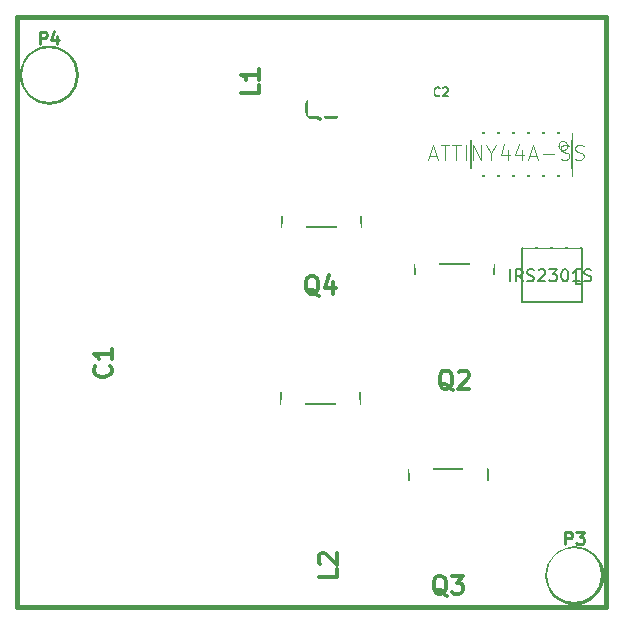
<source format=gto>
G04 (created by PCBNEW-RS274X (2012-01-19 BZR 3256)-stable) date 2/17/2013 5:40:49 PM*
G01*
G70*
G90*
%MOIN*%
G04 Gerber Fmt 3.4, Leading zero omitted, Abs format*
%FSLAX34Y34*%
G04 APERTURE LIST*
%ADD10C,0.006000*%
%ADD11C,0.015000*%
%ADD12C,0.002600*%
%ADD13C,0.003000*%
%ADD14C,0.005000*%
%ADD15C,0.012000*%
%ADD16C,0.010000*%
%ADD17C,0.003500*%
%ADD18R,0.139000X0.058000*%
%ADD19R,0.689300X0.649900*%
%ADD20C,0.180000*%
%ADD21R,0.044000X0.106900*%
%ADD22R,0.083000X0.146000*%
%ADD23R,0.275900X0.295600*%
%ADD24R,0.040000X0.065000*%
%ADD25R,0.130000X0.229000*%
%ADD26R,0.080000X0.100000*%
G04 APERTURE END LIST*
G54D10*
G54D11*
X39724Y-24642D02*
X39756Y-24642D01*
X39724Y-44311D02*
X39724Y-24642D01*
X59358Y-44311D02*
X39724Y-44311D01*
X59358Y-24642D02*
X59358Y-44311D01*
X39724Y-24642D02*
X59358Y-24642D01*
X59199Y-43260D02*
X59181Y-43434D01*
X59131Y-43602D01*
X59048Y-43758D01*
X58937Y-43894D01*
X58802Y-44006D01*
X58647Y-44089D01*
X58479Y-44141D01*
X58305Y-44159D01*
X58131Y-44144D01*
X57962Y-44094D01*
X57807Y-44013D01*
X57670Y-43903D01*
X57557Y-43768D01*
X57472Y-43614D01*
X57419Y-43447D01*
X57400Y-43272D01*
X57414Y-43098D01*
X57463Y-42929D01*
X57543Y-42773D01*
X57652Y-42635D01*
X57786Y-42521D01*
X57939Y-42436D01*
X58106Y-42381D01*
X58281Y-42361D01*
X58455Y-42374D01*
X58624Y-42421D01*
X58781Y-42501D01*
X58919Y-42609D01*
X59034Y-42742D01*
X59121Y-42894D01*
X59176Y-43061D01*
X59198Y-43235D01*
X59199Y-43260D01*
X41683Y-26575D02*
X41665Y-26749D01*
X41615Y-26917D01*
X41532Y-27073D01*
X41421Y-27209D01*
X41286Y-27321D01*
X41131Y-27404D01*
X40963Y-27456D01*
X40789Y-27474D01*
X40615Y-27459D01*
X40446Y-27409D01*
X40291Y-27328D01*
X40154Y-27218D01*
X40041Y-27083D01*
X39956Y-26929D01*
X39903Y-26762D01*
X39884Y-26587D01*
X39898Y-26413D01*
X39947Y-26244D01*
X40027Y-26088D01*
X40136Y-25950D01*
X40270Y-25836D01*
X40423Y-25751D01*
X40590Y-25696D01*
X40765Y-25676D01*
X40939Y-25689D01*
X41108Y-25736D01*
X41265Y-25816D01*
X41403Y-25924D01*
X41518Y-26057D01*
X41605Y-26209D01*
X41660Y-26376D01*
X41682Y-26550D01*
X41683Y-26575D01*
G54D12*
X58106Y-29960D02*
X57965Y-29960D01*
X57965Y-29960D02*
X57965Y-30360D01*
X58106Y-30360D02*
X57965Y-30360D01*
X58106Y-29960D02*
X58106Y-30360D01*
X57606Y-29960D02*
X57466Y-29960D01*
X57466Y-29960D02*
X57466Y-30360D01*
X57606Y-30360D02*
X57466Y-30360D01*
X57606Y-29960D02*
X57606Y-30360D01*
X57106Y-29960D02*
X56965Y-29960D01*
X56965Y-29960D02*
X56965Y-30360D01*
X57106Y-30360D02*
X56965Y-30360D01*
X57106Y-29960D02*
X57106Y-30360D01*
X56606Y-29960D02*
X56466Y-29960D01*
X56466Y-29960D02*
X56466Y-30360D01*
X56606Y-30360D02*
X56466Y-30360D01*
X56606Y-29960D02*
X56606Y-30360D01*
X56107Y-29960D02*
X55966Y-29960D01*
X55966Y-29960D02*
X55966Y-30360D01*
X56107Y-30360D02*
X55966Y-30360D01*
X56107Y-29960D02*
X56107Y-30360D01*
X55606Y-29960D02*
X55466Y-29960D01*
X55466Y-29960D02*
X55466Y-30360D01*
X55606Y-30360D02*
X55466Y-30360D01*
X55606Y-29960D02*
X55606Y-30360D01*
X55107Y-29960D02*
X54966Y-29960D01*
X54966Y-29960D02*
X54966Y-30360D01*
X55107Y-30360D02*
X54966Y-30360D01*
X55107Y-29960D02*
X55107Y-30360D01*
X55107Y-28110D02*
X54966Y-28110D01*
X54966Y-28110D02*
X54966Y-28510D01*
X55107Y-28510D02*
X54966Y-28510D01*
X55107Y-28110D02*
X55107Y-28510D01*
X55606Y-28110D02*
X55466Y-28110D01*
X55466Y-28110D02*
X55466Y-28510D01*
X55606Y-28510D02*
X55466Y-28510D01*
X55606Y-28110D02*
X55606Y-28510D01*
X56107Y-28110D02*
X55966Y-28110D01*
X55966Y-28110D02*
X55966Y-28510D01*
X56107Y-28510D02*
X55966Y-28510D01*
X56107Y-28110D02*
X56107Y-28510D01*
X56606Y-28110D02*
X56466Y-28110D01*
X56466Y-28110D02*
X56466Y-28510D01*
X56606Y-28510D02*
X56466Y-28510D01*
X56606Y-28110D02*
X56606Y-28510D01*
X57106Y-28110D02*
X56965Y-28110D01*
X56965Y-28110D02*
X56965Y-28510D01*
X57106Y-28510D02*
X56965Y-28510D01*
X57106Y-28110D02*
X57106Y-28510D01*
X57606Y-28110D02*
X57466Y-28110D01*
X57466Y-28110D02*
X57466Y-28510D01*
X57606Y-28510D02*
X57466Y-28510D01*
X57606Y-28110D02*
X57606Y-28510D01*
X58106Y-28110D02*
X57965Y-28110D01*
X57965Y-28110D02*
X57965Y-28510D01*
X58106Y-28510D02*
X57965Y-28510D01*
X58106Y-28110D02*
X58106Y-28510D01*
G54D10*
X58215Y-28530D02*
X54857Y-28530D01*
X54857Y-28530D02*
X54857Y-29940D01*
X54857Y-29940D02*
X58215Y-29940D01*
X58215Y-29940D02*
X58215Y-28530D01*
G54D13*
X58064Y-28930D02*
X58061Y-28958D01*
X58052Y-28986D01*
X58039Y-29011D01*
X58021Y-29034D01*
X57998Y-29052D01*
X57973Y-29066D01*
X57945Y-29074D01*
X57917Y-29077D01*
X57889Y-29075D01*
X57861Y-29067D01*
X57835Y-29053D01*
X57813Y-29035D01*
X57794Y-29013D01*
X57780Y-28988D01*
X57772Y-28960D01*
X57769Y-28932D01*
X57771Y-28904D01*
X57779Y-28876D01*
X57792Y-28850D01*
X57810Y-28828D01*
X57832Y-28809D01*
X57857Y-28795D01*
X57885Y-28786D01*
X57913Y-28783D01*
X57941Y-28785D01*
X57969Y-28793D01*
X57995Y-28806D01*
X58018Y-28823D01*
X58036Y-28845D01*
X58051Y-28870D01*
X58060Y-28898D01*
X58063Y-28926D01*
X58064Y-28930D01*
G54D14*
X55364Y-35245D02*
X55364Y-35715D01*
X55364Y-35715D02*
X53234Y-35715D01*
X53234Y-35715D02*
X53234Y-35240D01*
X53619Y-32880D02*
X53619Y-31735D01*
X53169Y-31735D02*
X53169Y-32880D01*
X53619Y-31735D02*
X53169Y-31735D01*
X55429Y-31735D02*
X54979Y-31735D01*
X54979Y-31735D02*
X54979Y-32880D01*
X55429Y-32880D02*
X55429Y-31735D01*
X52979Y-32880D02*
X52979Y-35240D01*
X52979Y-35240D02*
X55619Y-35240D01*
X55619Y-35240D02*
X55619Y-32880D01*
X52979Y-32880D02*
X55619Y-32880D01*
X48809Y-29298D02*
X48809Y-28828D01*
X48809Y-28828D02*
X50939Y-28828D01*
X50939Y-28828D02*
X50939Y-29303D01*
X50554Y-31663D02*
X50554Y-32808D01*
X51004Y-32808D02*
X51004Y-31663D01*
X50554Y-32808D02*
X51004Y-32808D01*
X48744Y-32808D02*
X49194Y-32808D01*
X49194Y-32808D02*
X49194Y-31663D01*
X48744Y-31663D02*
X48744Y-32808D01*
X51194Y-31663D02*
X51194Y-29303D01*
X51194Y-29303D02*
X48554Y-29303D01*
X48554Y-29303D02*
X48554Y-31663D01*
X51194Y-31663D02*
X48554Y-31663D01*
X55163Y-42091D02*
X55163Y-42561D01*
X55163Y-42561D02*
X53033Y-42561D01*
X53033Y-42561D02*
X53033Y-42086D01*
X53418Y-39726D02*
X53418Y-38581D01*
X52968Y-38581D02*
X52968Y-39726D01*
X53418Y-38581D02*
X52968Y-38581D01*
X55228Y-38581D02*
X54778Y-38581D01*
X54778Y-38581D02*
X54778Y-39726D01*
X55228Y-39726D02*
X55228Y-38581D01*
X52778Y-39726D02*
X52778Y-42086D01*
X52778Y-42086D02*
X55418Y-42086D01*
X55418Y-42086D02*
X55418Y-39726D01*
X52778Y-39726D02*
X55418Y-39726D01*
X48774Y-35180D02*
X48774Y-34710D01*
X48774Y-34710D02*
X50904Y-34710D01*
X50904Y-34710D02*
X50904Y-35185D01*
X50519Y-37545D02*
X50519Y-38690D01*
X50969Y-38690D02*
X50969Y-37545D01*
X50519Y-38690D02*
X50969Y-38690D01*
X48709Y-38690D02*
X49159Y-38690D01*
X49159Y-38690D02*
X49159Y-37545D01*
X48709Y-37545D02*
X48709Y-38690D01*
X51159Y-37545D02*
X51159Y-35185D01*
X51159Y-35185D02*
X48519Y-35185D01*
X48519Y-35185D02*
X48519Y-37545D01*
X51159Y-37545D02*
X48519Y-37545D01*
X58539Y-34156D02*
X56539Y-34156D01*
X56539Y-34156D02*
X56539Y-32356D01*
X56539Y-32356D02*
X58539Y-32356D01*
X58539Y-32356D02*
X58539Y-34156D01*
X58539Y-33556D02*
X58339Y-33556D01*
X58339Y-33556D02*
X58339Y-33056D01*
X58339Y-33056D02*
X58539Y-33056D01*
X54858Y-27619D02*
X54858Y-26719D01*
X54858Y-26719D02*
X54208Y-26719D01*
X53508Y-27619D02*
X52858Y-27619D01*
X52858Y-27619D02*
X52858Y-26719D01*
X52858Y-26719D02*
X53508Y-26719D01*
X54208Y-27619D02*
X54858Y-27619D01*
G54D15*
X42822Y-36279D02*
X42850Y-36308D01*
X42879Y-36394D01*
X42879Y-36451D01*
X42850Y-36536D01*
X42793Y-36594D01*
X42736Y-36622D01*
X42622Y-36651D01*
X42536Y-36651D01*
X42422Y-36622D01*
X42365Y-36594D01*
X42307Y-36536D01*
X42279Y-36451D01*
X42279Y-36394D01*
X42307Y-36308D01*
X42336Y-36279D01*
X42879Y-35708D02*
X42879Y-36051D01*
X42879Y-35879D02*
X42279Y-35879D01*
X42365Y-35936D01*
X42422Y-35994D01*
X42450Y-36051D01*
G54D16*
X58004Y-42222D02*
X58004Y-41822D01*
X58157Y-41822D01*
X58195Y-41841D01*
X58214Y-41860D01*
X58233Y-41898D01*
X58233Y-41955D01*
X58214Y-41993D01*
X58195Y-42012D01*
X58157Y-42031D01*
X58004Y-42031D01*
X58366Y-41822D02*
X58614Y-41822D01*
X58480Y-41974D01*
X58538Y-41974D01*
X58576Y-41993D01*
X58595Y-42012D01*
X58614Y-42050D01*
X58614Y-42146D01*
X58595Y-42184D01*
X58576Y-42203D01*
X58538Y-42222D01*
X58423Y-42222D01*
X58385Y-42203D01*
X58366Y-42184D01*
X40488Y-25537D02*
X40488Y-25137D01*
X40641Y-25137D01*
X40679Y-25156D01*
X40698Y-25175D01*
X40717Y-25213D01*
X40717Y-25270D01*
X40698Y-25308D01*
X40679Y-25327D01*
X40641Y-25346D01*
X40488Y-25346D01*
X41060Y-25270D02*
X41060Y-25537D01*
X40964Y-25118D02*
X40869Y-25404D01*
X41117Y-25404D01*
G54D17*
X53464Y-29270D02*
X53702Y-29270D01*
X53417Y-29412D02*
X53583Y-28912D01*
X53750Y-29412D01*
X53846Y-28912D02*
X54131Y-28912D01*
X53988Y-29412D02*
X53988Y-28912D01*
X54227Y-28912D02*
X54512Y-28912D01*
X54369Y-29412D02*
X54369Y-28912D01*
X54679Y-29412D02*
X54679Y-28912D01*
X54917Y-29412D02*
X54917Y-28912D01*
X55203Y-29412D01*
X55203Y-28912D01*
X55536Y-29174D02*
X55536Y-29412D01*
X55370Y-28912D02*
X55536Y-29174D01*
X55703Y-28912D01*
X56084Y-29079D02*
X56084Y-29412D01*
X55965Y-28889D02*
X55846Y-29246D01*
X56156Y-29246D01*
X56560Y-29079D02*
X56560Y-29412D01*
X56441Y-28889D02*
X56322Y-29246D01*
X56632Y-29246D01*
X56798Y-29270D02*
X57036Y-29270D01*
X56751Y-29412D02*
X56917Y-28912D01*
X57084Y-29412D01*
X57251Y-29222D02*
X57632Y-29222D01*
X57846Y-29389D02*
X57918Y-29412D01*
X58037Y-29412D01*
X58084Y-29389D01*
X58108Y-29365D01*
X58132Y-29317D01*
X58132Y-29270D01*
X58108Y-29222D01*
X58084Y-29198D01*
X58037Y-29174D01*
X57941Y-29150D01*
X57894Y-29127D01*
X57870Y-29103D01*
X57846Y-29055D01*
X57846Y-29008D01*
X57870Y-28960D01*
X57894Y-28936D01*
X57941Y-28912D01*
X58061Y-28912D01*
X58132Y-28936D01*
X58322Y-29389D02*
X58394Y-29412D01*
X58513Y-29412D01*
X58560Y-29389D01*
X58584Y-29365D01*
X58608Y-29317D01*
X58608Y-29270D01*
X58584Y-29222D01*
X58560Y-29198D01*
X58513Y-29174D01*
X58417Y-29150D01*
X58370Y-29127D01*
X58346Y-29103D01*
X58322Y-29055D01*
X58322Y-29008D01*
X58346Y-28960D01*
X58370Y-28936D01*
X58417Y-28912D01*
X58537Y-28912D01*
X58608Y-28936D01*
G54D15*
X54242Y-37090D02*
X54185Y-37061D01*
X54128Y-37004D01*
X54042Y-36919D01*
X53985Y-36890D01*
X53928Y-36890D01*
X53956Y-37033D02*
X53899Y-37004D01*
X53842Y-36947D01*
X53813Y-36833D01*
X53813Y-36633D01*
X53842Y-36519D01*
X53899Y-36461D01*
X53956Y-36433D01*
X54070Y-36433D01*
X54128Y-36461D01*
X54185Y-36519D01*
X54213Y-36633D01*
X54213Y-36833D01*
X54185Y-36947D01*
X54128Y-37004D01*
X54070Y-37033D01*
X53956Y-37033D01*
X54442Y-36490D02*
X54471Y-36461D01*
X54528Y-36433D01*
X54671Y-36433D01*
X54728Y-36461D01*
X54757Y-36490D01*
X54785Y-36547D01*
X54785Y-36604D01*
X54757Y-36690D01*
X54414Y-37033D01*
X54785Y-37033D01*
X49817Y-28053D02*
X49760Y-28024D01*
X49703Y-27967D01*
X49617Y-27882D01*
X49560Y-27853D01*
X49503Y-27853D01*
X49531Y-27996D02*
X49474Y-27967D01*
X49417Y-27910D01*
X49388Y-27796D01*
X49388Y-27596D01*
X49417Y-27482D01*
X49474Y-27424D01*
X49531Y-27396D01*
X49645Y-27396D01*
X49703Y-27424D01*
X49760Y-27482D01*
X49788Y-27596D01*
X49788Y-27796D01*
X49760Y-27910D01*
X49703Y-27967D01*
X49645Y-27996D01*
X49531Y-27996D01*
X50360Y-27996D02*
X50017Y-27996D01*
X50189Y-27996D02*
X50189Y-27396D01*
X50132Y-27482D01*
X50074Y-27539D01*
X50017Y-27567D01*
X54041Y-43936D02*
X53984Y-43907D01*
X53927Y-43850D01*
X53841Y-43765D01*
X53784Y-43736D01*
X53727Y-43736D01*
X53755Y-43879D02*
X53698Y-43850D01*
X53641Y-43793D01*
X53612Y-43679D01*
X53612Y-43479D01*
X53641Y-43365D01*
X53698Y-43307D01*
X53755Y-43279D01*
X53869Y-43279D01*
X53927Y-43307D01*
X53984Y-43365D01*
X54012Y-43479D01*
X54012Y-43679D01*
X53984Y-43793D01*
X53927Y-43850D01*
X53869Y-43879D01*
X53755Y-43879D01*
X54213Y-43279D02*
X54584Y-43279D01*
X54384Y-43507D01*
X54470Y-43507D01*
X54527Y-43536D01*
X54556Y-43565D01*
X54584Y-43622D01*
X54584Y-43765D01*
X54556Y-43822D01*
X54527Y-43850D01*
X54470Y-43879D01*
X54298Y-43879D01*
X54241Y-43850D01*
X54213Y-43822D01*
X49782Y-33935D02*
X49725Y-33906D01*
X49668Y-33849D01*
X49582Y-33764D01*
X49525Y-33735D01*
X49468Y-33735D01*
X49496Y-33878D02*
X49439Y-33849D01*
X49382Y-33792D01*
X49353Y-33678D01*
X49353Y-33478D01*
X49382Y-33364D01*
X49439Y-33306D01*
X49496Y-33278D01*
X49610Y-33278D01*
X49668Y-33306D01*
X49725Y-33364D01*
X49753Y-33478D01*
X49753Y-33678D01*
X49725Y-33792D01*
X49668Y-33849D01*
X49610Y-33878D01*
X49496Y-33878D01*
X50268Y-33478D02*
X50268Y-33878D01*
X50125Y-33249D02*
X49982Y-33678D01*
X50354Y-33678D01*
G54D14*
X56153Y-33457D02*
X56153Y-33057D01*
X56572Y-33457D02*
X56438Y-33266D01*
X56343Y-33457D02*
X56343Y-33057D01*
X56496Y-33057D01*
X56534Y-33076D01*
X56553Y-33095D01*
X56572Y-33133D01*
X56572Y-33190D01*
X56553Y-33228D01*
X56534Y-33247D01*
X56496Y-33266D01*
X56343Y-33266D01*
X56724Y-33438D02*
X56781Y-33457D01*
X56877Y-33457D01*
X56915Y-33438D01*
X56934Y-33419D01*
X56953Y-33381D01*
X56953Y-33343D01*
X56934Y-33305D01*
X56915Y-33285D01*
X56877Y-33266D01*
X56800Y-33247D01*
X56762Y-33228D01*
X56743Y-33209D01*
X56724Y-33171D01*
X56724Y-33133D01*
X56743Y-33095D01*
X56762Y-33076D01*
X56800Y-33057D01*
X56896Y-33057D01*
X56953Y-33076D01*
X57105Y-33095D02*
X57124Y-33076D01*
X57162Y-33057D01*
X57258Y-33057D01*
X57296Y-33076D01*
X57315Y-33095D01*
X57334Y-33133D01*
X57334Y-33171D01*
X57315Y-33228D01*
X57086Y-33457D01*
X57334Y-33457D01*
X57467Y-33057D02*
X57715Y-33057D01*
X57581Y-33209D01*
X57639Y-33209D01*
X57677Y-33228D01*
X57696Y-33247D01*
X57715Y-33285D01*
X57715Y-33381D01*
X57696Y-33419D01*
X57677Y-33438D01*
X57639Y-33457D01*
X57524Y-33457D01*
X57486Y-33438D01*
X57467Y-33419D01*
X57962Y-33057D02*
X58001Y-33057D01*
X58039Y-33076D01*
X58058Y-33095D01*
X58077Y-33133D01*
X58096Y-33209D01*
X58096Y-33305D01*
X58077Y-33381D01*
X58058Y-33419D01*
X58039Y-33438D01*
X58001Y-33457D01*
X57962Y-33457D01*
X57924Y-33438D01*
X57905Y-33419D01*
X57886Y-33381D01*
X57867Y-33305D01*
X57867Y-33209D01*
X57886Y-33133D01*
X57905Y-33095D01*
X57924Y-33076D01*
X57962Y-33057D01*
X58477Y-33457D02*
X58248Y-33457D01*
X58362Y-33457D02*
X58362Y-33057D01*
X58324Y-33114D01*
X58286Y-33152D01*
X58248Y-33171D01*
X58629Y-33438D02*
X58686Y-33457D01*
X58782Y-33457D01*
X58820Y-33438D01*
X58839Y-33419D01*
X58858Y-33381D01*
X58858Y-33343D01*
X58839Y-33305D01*
X58820Y-33285D01*
X58782Y-33266D01*
X58705Y-33247D01*
X58667Y-33228D01*
X58648Y-33209D01*
X58629Y-33171D01*
X58629Y-33133D01*
X58648Y-33095D01*
X58667Y-33076D01*
X58705Y-33057D01*
X58801Y-33057D01*
X58858Y-33076D01*
G54D15*
X50373Y-43044D02*
X50373Y-43330D01*
X49773Y-43330D01*
X49830Y-42873D02*
X49801Y-42844D01*
X49773Y-42787D01*
X49773Y-42644D01*
X49801Y-42587D01*
X49830Y-42558D01*
X49887Y-42530D01*
X49944Y-42530D01*
X50030Y-42558D01*
X50373Y-42901D01*
X50373Y-42530D01*
X47798Y-26910D02*
X47798Y-27196D01*
X47198Y-27196D01*
X47798Y-26396D02*
X47798Y-26739D01*
X47798Y-26567D02*
X47198Y-26567D01*
X47284Y-26624D01*
X47341Y-26682D01*
X47369Y-26739D01*
G54D14*
X53808Y-27262D02*
X53794Y-27276D01*
X53751Y-27290D01*
X53722Y-27290D01*
X53679Y-27276D01*
X53651Y-27248D01*
X53636Y-27219D01*
X53622Y-27162D01*
X53622Y-27119D01*
X53636Y-27062D01*
X53651Y-27033D01*
X53679Y-27005D01*
X53722Y-26990D01*
X53751Y-26990D01*
X53794Y-27005D01*
X53808Y-27019D01*
X53922Y-27019D02*
X53936Y-27005D01*
X53965Y-26990D01*
X54036Y-26990D01*
X54065Y-27005D01*
X54079Y-27019D01*
X54094Y-27048D01*
X54094Y-27076D01*
X54079Y-27119D01*
X53908Y-27290D01*
X54094Y-27290D01*
%LPC*%
G54D18*
X55595Y-27208D03*
X55595Y-26208D03*
X55595Y-25208D03*
X57775Y-27208D03*
X57775Y-26208D03*
X57775Y-25208D03*
G54D19*
X43386Y-40536D03*
X43386Y-31874D03*
G54D20*
X58299Y-43260D03*
X40783Y-26575D03*
G54D21*
X58036Y-28210D03*
X57536Y-28210D03*
X57036Y-28210D03*
X56536Y-28210D03*
X56036Y-28210D03*
X55536Y-28210D03*
X55036Y-28210D03*
X55036Y-30260D03*
X55536Y-30260D03*
X56036Y-30260D03*
X56536Y-30260D03*
X57036Y-30260D03*
X57536Y-30260D03*
X58036Y-30260D03*
G54D22*
X55205Y-32270D03*
X53393Y-32270D03*
G54D23*
X54299Y-34730D03*
G54D22*
X48968Y-32273D03*
X50780Y-32273D03*
G54D23*
X49874Y-29813D03*
G54D22*
X55004Y-39116D03*
X53192Y-39116D03*
G54D23*
X54098Y-41576D03*
G54D22*
X48933Y-38155D03*
X50745Y-38155D03*
G54D23*
X49839Y-35695D03*
G54D24*
X58289Y-34506D03*
X57789Y-34506D03*
X57289Y-34506D03*
X56789Y-34506D03*
X56789Y-32006D03*
X57289Y-32006D03*
X57789Y-32006D03*
X58289Y-32006D03*
G54D25*
X47645Y-42945D03*
X51615Y-42945D03*
X50040Y-26811D03*
X46070Y-26811D03*
G54D26*
X54508Y-27169D03*
X53208Y-27169D03*
M02*

</source>
